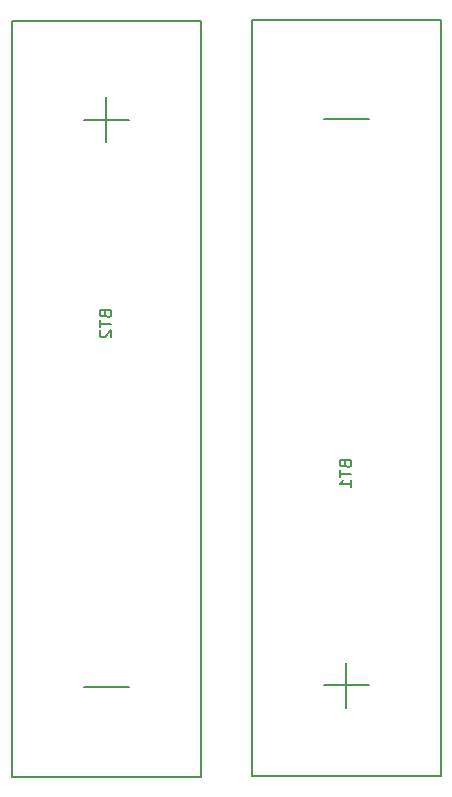
<source format=gbr>
G04 #@! TF.FileFunction,Legend,Bot*
%FSLAX46Y46*%
G04 Gerber Fmt 4.6, Leading zero omitted, Abs format (unit mm)*
G04 Created by KiCad (PCBNEW 4.0.2-stable) date 12/1/2016 11:33:22 PM*
%MOMM*%
G01*
G04 APERTURE LIST*
%ADD10C,0.100000*%
%ADD11C,0.150000*%
G04 APERTURE END LIST*
D10*
D11*
X101980000Y-101925000D02*
X85980000Y-101925000D01*
X85980000Y-101925000D02*
X85980000Y-165925000D01*
X85980000Y-165925000D02*
X101980000Y-165925000D01*
X101980000Y-165925000D02*
X101980000Y-101925000D01*
X65660000Y-166045000D02*
X81660000Y-166045000D01*
X81660000Y-166045000D02*
X81660000Y-102045000D01*
X81660000Y-102045000D02*
X65660000Y-102045000D01*
X65660000Y-102045000D02*
X65660000Y-166045000D01*
X93908571Y-139549286D02*
X93956190Y-139692143D01*
X94003810Y-139739762D01*
X94099048Y-139787381D01*
X94241905Y-139787381D01*
X94337143Y-139739762D01*
X94384762Y-139692143D01*
X94432381Y-139596905D01*
X94432381Y-139215952D01*
X93432381Y-139215952D01*
X93432381Y-139549286D01*
X93480000Y-139644524D01*
X93527619Y-139692143D01*
X93622857Y-139739762D01*
X93718095Y-139739762D01*
X93813333Y-139692143D01*
X93860952Y-139644524D01*
X93908571Y-139549286D01*
X93908571Y-139215952D01*
X93432381Y-140073095D02*
X93432381Y-140644524D01*
X94432381Y-140358809D02*
X93432381Y-140358809D01*
X94432381Y-141501667D02*
X94432381Y-140930238D01*
X94432381Y-141215952D02*
X93432381Y-141215952D01*
X93575238Y-141120714D01*
X93670476Y-141025476D01*
X93718095Y-140930238D01*
X95884762Y-110282143D02*
X92075238Y-110282143D01*
X95884762Y-158282143D02*
X92075238Y-158282143D01*
X93980000Y-160186905D02*
X93980000Y-156377381D01*
X73588571Y-126849286D02*
X73636190Y-126992143D01*
X73683810Y-127039762D01*
X73779048Y-127087381D01*
X73921905Y-127087381D01*
X74017143Y-127039762D01*
X74064762Y-126992143D01*
X74112381Y-126896905D01*
X74112381Y-126515952D01*
X73112381Y-126515952D01*
X73112381Y-126849286D01*
X73160000Y-126944524D01*
X73207619Y-126992143D01*
X73302857Y-127039762D01*
X73398095Y-127039762D01*
X73493333Y-126992143D01*
X73540952Y-126944524D01*
X73588571Y-126849286D01*
X73588571Y-126515952D01*
X73112381Y-127373095D02*
X73112381Y-127944524D01*
X74112381Y-127658809D02*
X73112381Y-127658809D01*
X73207619Y-128230238D02*
X73160000Y-128277857D01*
X73112381Y-128373095D01*
X73112381Y-128611191D01*
X73160000Y-128706429D01*
X73207619Y-128754048D01*
X73302857Y-128801667D01*
X73398095Y-128801667D01*
X73540952Y-128754048D01*
X74112381Y-128182619D01*
X74112381Y-128801667D01*
X75564762Y-158402143D02*
X71755238Y-158402143D01*
X75564762Y-110402143D02*
X71755238Y-110402143D01*
X73660000Y-112306905D02*
X73660000Y-108497381D01*
M02*

</source>
